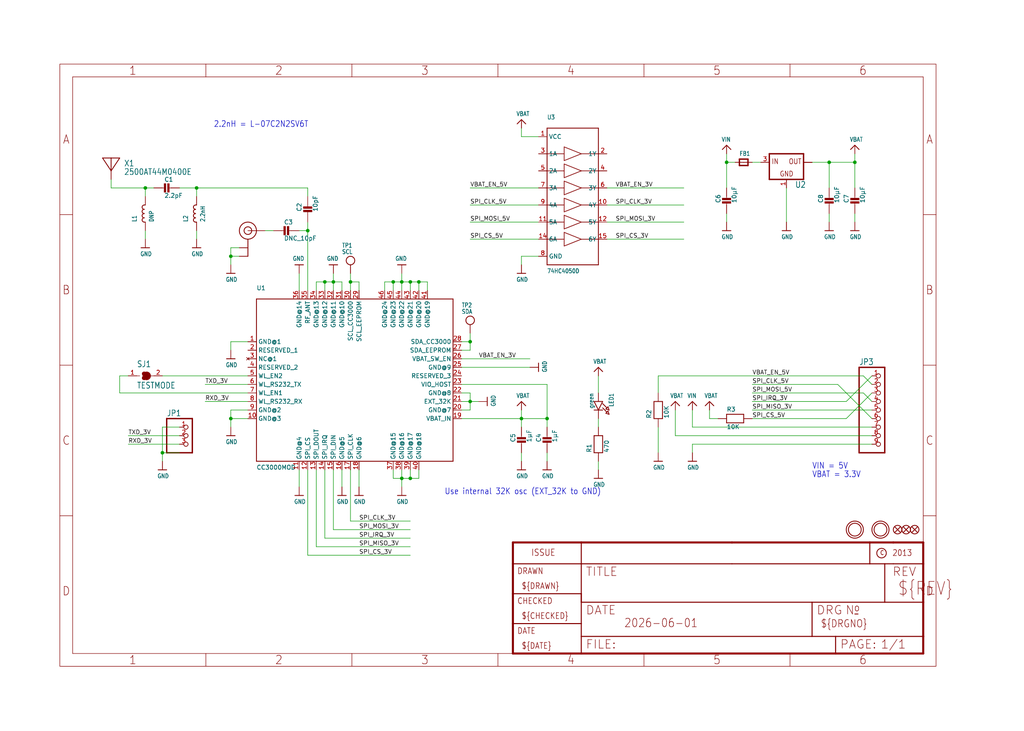
<source format=kicad_sch>
(kicad_sch (version 20230121) (generator eeschema)
  (paper "User" 304.267 217.322)
  (lib_symbols
    (symbol "working-eagle-import:74HC4050D"
      (property "Reference" "U" (at -7.62 22.86 0))
      (symbol "74HC4050D_1_0"
        (pin bidirectional line (at -10.16 17.78 0) (length 2.54) (name "VCC") (number "1"))
        (pin bidirectional line (at 10.16 -2.54 180) (length 2.54) (name "4Y") (number "10"))
        (pin bidirectional line (at -10.16 -7.62 0) (length 2.54) (name "5A") (number "11"))
        (pin bidirectional line (at 10.16 -7.62 180) (length 2.54) (name "5Y") (number "12"))
        (pin bidirectional line (at -10.16 -12.7 0) (length 2.54) (name "6A") (number "14"))
        (pin bidirectional line (at 10.16 -12.7 180) (length 2.54) (name "6Y") (number "15"))
        (pin bidirectional line (at 10.16 12.7 180) (length 2.54) (name "1Y") (number "2"))
        (pin bidirectional line (at -10.16 12.7 0) (length 2.54) (name "1A") (number "3"))
        (pin bidirectional line (at 10.16 7.62 180) (length 2.54) (name "2Y") (number "4"))
        (pin bidirectional line (at -10.16 7.62 0) (length 2.54) (name "2A") (number "5"))
        (pin bidirectional line (at 10.16 2.54 180) (length 2.54) (name "3Y") (number "6"))
        (pin bidirectional line (at -10.16 2.54 0) (length 2.54) (name "3A") (number "7"))
        (pin bidirectional line (at -10.16 -17.78 0) (length 2.54) (name "GND") (number "8"))
        (pin bidirectional line (at -10.16 -2.54 0) (length 2.54) (name "4A") (number "9"))
      )
    )
    (symbol "working-eagle-import:ANTENNA_JOHANSON_2500AT44M0400"
      (property "Reference" "X" (at 3.81 1.27 0))
      (symbol "ANTENNA_JOHANSON_2500AT44M0400_1_0"
        (pin passive line (at 0 -2.54 90) (length 2.54) (name "P$1") (number "FEED"))
      )
    )
    (symbol "working-eagle-import:CAP_CERAMIC_0402"
      (property "Reference" "C" (at -1.79 0.54 90))
      (symbol "CAP_CERAMIC_0402_1_0"
        (pin passive line (at 0 5.08 270) (length 2.54) (name "1") (number "1"))
        (pin passive line (at 0 -2.54 90) (length 2.54) (name "2") (number "2"))
      )
    )
    (symbol "working-eagle-import:CAP_CERAMIC_0805MP"
      (property "Reference" "C" (at -1.79 0.54 90))
      (symbol "CAP_CERAMIC_0805MP_1_0"
        (pin passive line (at 0 5.08 270) (length 2.54) (name "1") (number "1"))
        (pin passive line (at 0 -2.54 90) (length 2.54) (name "2") (number "2"))
      )
    )
    (symbol "working-eagle-import:CC3000MOD"
      (property "Reference" "U" (at -30.48 25.4 0))
      (symbol "CC3000MOD_1_0"
        (pin power_in line (at -33.02 10.16 0) (length 2.54) (name "GND@1") (number "1"))
        (pin power_in line (at -33.02 -12.7 0) (length 2.54) (name "GND@3") (number "10"))
        (pin power_in line (at -17.78 -27.94 90) (length 2.54) (name "GND@4") (number "11"))
        (pin input line (at -15.24 -27.94 90) (length 2.54) (name "SPI_CS") (number "12"))
        (pin output line (at -12.7 -27.94 90) (length 2.54) (name "SPI_DOUT") (number "13"))
        (pin output line (at -10.16 -27.94 90) (length 2.54) (name "SPI_IRQ") (number "14"))
        (pin input line (at -7.62 -27.94 90) (length 2.54) (name "SPI_DIN") (number "15"))
        (pin power_in line (at -5.08 -27.94 90) (length 2.54) (name "GND@5") (number "16"))
        (pin input line (at -2.54 -27.94 90) (length 2.54) (name "SPI_CLK") (number "17"))
        (pin power_in line (at 0 -27.94 90) (length 2.54) (name "GND@6") (number "18"))
        (pin power_in line (at 30.48 -12.7 180) (length 2.54) (name "VBAT_IN") (number "19"))
        (pin bidirectional line (at -33.02 7.62 0) (length 2.54) (name "RESERVED_1") (number "2"))
        (pin power_in line (at 30.48 -10.16 180) (length 2.54) (name "GND@7") (number "20"))
        (pin bidirectional line (at 30.48 -7.62 180) (length 2.54) (name "EXT_32K") (number "21"))
        (pin power_in line (at 30.48 -5.08 180) (length 2.54) (name "GND@8") (number "22"))
        (pin power_in line (at 30.48 -2.54 180) (length 2.54) (name "VIO_HOST") (number "23"))
        (pin bidirectional line (at 30.48 0 180) (length 2.54) (name "RESERVED_3") (number "24"))
        (pin power_in line (at 30.48 2.54 180) (length 2.54) (name "GND@9") (number "25"))
        (pin input line (at 30.48 5.08 180) (length 2.54) (name "VBAT_SW_EN") (number "26"))
        (pin bidirectional line (at 30.48 7.62 180) (length 2.54) (name "SDA_EEPROM") (number "27"))
        (pin bidirectional line (at 30.48 10.16 180) (length 2.54) (name "SDA_CC3000") (number "28"))
        (pin bidirectional line (at 0 25.4 270) (length 2.54) (name "SCL_EEPROM") (number "29"))
        (pin no_connect line (at -33.02 5.08 0) (length 2.54) (name "NC@1") (number "3"))
        (pin bidirectional line (at -2.54 25.4 270) (length 2.54) (name "SCL_CC3000") (number "30"))
        (pin power_in line (at -5.08 25.4 270) (length 2.54) (name "GND@10") (number "31"))
        (pin power_in line (at -7.62 25.4 270) (length 2.54) (name "GND@11") (number "32"))
        (pin power_in line (at -10.16 25.4 270) (length 2.54) (name "GND@12") (number "33"))
        (pin power_in line (at -12.7 25.4 270) (length 2.54) (name "GND@13") (number "34"))
        (pin bidirectional line (at -15.24 25.4 270) (length 2.54) (name "RF_ANT") (number "35"))
        (pin power_in line (at -17.78 25.4 270) (length 2.54) (name "GND@14") (number "36"))
        (pin power_in line (at 10.16 -27.94 90) (length 2.54) (name "GND@15") (number "37"))
        (pin power_in line (at 12.7 -27.94 90) (length 2.54) (name "GND@16") (number "38"))
        (pin power_in line (at 15.24 -27.94 90) (length 2.54) (name "GND@17") (number "39"))
        (pin bidirectional line (at -33.02 2.54 0) (length 2.54) (name "RESERVED_2") (number "4"))
        (pin power_in line (at 17.78 -27.94 90) (length 2.54) (name "GND@18") (number "40"))
        (pin power_in line (at 20.32 25.4 270) (length 2.54) (name "GND@19") (number "41"))
        (pin power_in line (at 17.78 25.4 270) (length 2.54) (name "GND@20") (number "42"))
        (pin power_in line (at 15.24 25.4 270) (length 2.54) (name "GND@21") (number "43"))
        (pin power_in line (at 12.7 25.4 270) (length 2.54) (name "GND@22") (number "44"))
        (pin power_in line (at 10.16 25.4 270) (length 2.54) (name "GND@23") (number "45"))
        (pin power_in line (at 7.62 25.4 270) (length 2.54) (name "GND@24") (number "46"))
        (pin input line (at -33.02 0 0) (length 2.54) (name "WL_EN2") (number "5"))
        (pin output line (at -33.02 -2.54 0) (length 2.54) (name "WL_RS232_TX") (number "6"))
        (pin input line (at -33.02 -5.08 0) (length 2.54) (name "WL_EN1") (number "7"))
        (pin input line (at -33.02 -7.62 0) (length 2.54) (name "WL_RS232_RX") (number "8"))
        (pin power_in line (at -33.02 -10.16 0) (length 2.54) (name "GND@2") (number "9"))
      )
    )
    (symbol "working-eagle-import:FERRITE_0805MP"
      (property "Reference" "FB" (at -1.27 1.905 0))
      (symbol "FERRITE_0805MP_1_0"
        (pin passive line (at -2.54 0 0) (length 2.54) (name "P$1") (number "1"))
        (pin passive line (at 2.54 0 180) (length 2.54) (name "P$2") (number "2"))
      )
    )
    (symbol "working-eagle-import:FIDUCIAL{dblquote}{dblquote}")
    (symbol "working-eagle-import:FRAME_A4"
      (symbol "FRAME_A4_1_0"
        (text "1" (at 21.6958 1.905 0) (effects (font (size 2.54 2.286))))
        (text "1" (at 21.6958 177.165 0) (effects (font (size 2.54 2.286))))
        (text "2" (at 65.0875 1.905 0) (effects (font (size 2.54 2.286))))
        (text "2" (at 65.0875 177.165 0) (effects (font (size 2.54 2.286))))
        (text "3" (at 108.4792 1.905 0) (effects (font (size 2.54 2.286))))
        (text "3" (at 108.4792 177.165 0) (effects (font (size 2.54 2.286))))
        (text "4" (at 151.8708 1.905 0) (effects (font (size 2.54 2.286))))
        (text "4" (at 151.8708 177.165 0) (effects (font (size 2.54 2.286))))
        (text "5" (at 195.2625 1.905 0) (effects (font (size 2.54 2.286))))
        (text "5" (at 195.2625 177.165 0) (effects (font (size 2.54 2.286))))
        (text "6" (at 238.6542 1.905 0) (effects (font (size 2.54 2.286))))
        (text "6" (at 238.6542 177.165 0) (effects (font (size 2.54 2.286))))
        (text "A" (at 1.905 156.6863 0) (effects (font (size 2.54 2.286))))
        (text "A" (at 258.445 156.6863 0) (effects (font (size 2.54 2.286))))
        (text "B" (at 1.905 111.9188 0) (effects (font (size 2.54 2.286))))
        (text "B" (at 258.445 111.9188 0) (effects (font (size 2.54 2.286))))
        (text "C" (at 1.905 67.1513 0) (effects (font (size 2.54 2.286))))
        (text "C" (at 258.445 67.1513 0) (effects (font (size 2.54 2.286))))
        (text "D" (at 1.905 22.3838 0) (effects (font (size 2.54 2.286))))
        (text "D" (at 258.445 22.3838 0) (effects (font (size 2.54 2.286))))
      )
      (symbol "FRAME_A4_2_0"
        (text "PART OR WHOLE IS STRICTLY PROHIBITED WITHOUT WRITTEN PERMISSION!" (at 3.81 -5.08 0) (effects (font (size 1.27 1.0795)) (justify left bottom)))
        (text "PROPRIETARY" (at 3.81 -10.16 0) (effects (font (size 2.54 2.159) (thickness 0.4318) bold) (justify left bottom)))
        (text "THIS DRAWING CONTAINS CONFIDENTIAL INFORMATION. ANY REPRODUCTION IN" (at 3.81 -2.794 0) (effects (font (size 1.27 1.0795)) (justify left bottom)))
      )
      (symbol "FRAME_A4_3_0"
        (text "${#}/${##}" (at 109.22 2.54 0) (effects (font (size 2.54 2.54)) (justify left bottom)))
        (text "${CHECKED}" (at 2.54 11.43 0) (effects (font (size 1.778 1.5113)) (justify left bottom)))
        (text "${COMPANY}" (at 23.6538 29.3687 0) (effects (font (size 3.175 2.6987) (thickness 0.5397) bold) (justify left bottom)))
        (text "${CURRENT_DATE}" (at 33.02 8.89 0) (effects (font (size 2.54 2.159)) (justify left bottom)))
        (text "${DATE}" (at 2.54 2.54 0) (effects (font (size 1.778 1.5113)) (justify left bottom)))
        (text "${DRAWN}" (at 2.54 20.32 0) (effects (font (size 1.778 1.5113)) (justify left bottom)))
        (text "${DRGNO}" (at 91.44 8.89 0) (effects (font (size 2.1844 1.8567)) (justify left bottom)))
        (text "${PROJECTNAME}" (at 33.3375 2.54 0) (effects (font (size 2.54 2.159)) (justify left bottom)))
        (text "${REV}" (at 114.3 18.415 0) (effects (font (size 3.81 3.2385)) (justify left bottom)))
        (text "2013" (at 112.7125 30.1625 0) (effects (font (size 1.778 1.5113)) (justify left bottom)))
        (text "C" (at 109.0612 30.48 0) (effects (font (size 1.27 1.0795)) (justify left bottom)))
        (text "CHECKED" (at 1.27 15.875 0) (effects (font (size 1.778 1.5113)) (justify left bottom)))
        (text "DATE" (at 1.27 6.985 0) (effects (font (size 1.778 1.5113)) (justify left bottom)))
        (text "DATE" (at 21.59 12.7 0) (effects (font (size 2.54 2.54)) (justify left bottom)))
        (text "DRAWN" (at 1.27 24.765 0) (effects (font (size 1.778 1.5113)) (justify left bottom)))
        (text "DRG" (at 90.17 12.7 0) (effects (font (size 2.54 2.54)) (justify left bottom)))
        (text "FILE:" (at 21.59 2.54 0) (effects (font (size 2.54 2.54)) (justify left bottom)))
        (text "ISSUE" (at 5.3975 30.1625 0) (effects (font (size 1.9304 1.6408)) (justify left bottom)))
        (text "N" (at 98.7425 12.7 0) (effects (font (size 2.54 2.54)) (justify left bottom)))
        (text "o" (at 101.2825 13.6525 0) (effects (font (size 2.1844 1.8567)) (justify left bottom)))
        (text "PAGE:" (at 97.155 2.54 0) (effects (font (size 2.54 2.54)) (justify left bottom)))
        (text "REV" (at 112.7125 24.13 0) (effects (font (size 2.54 2.54)) (justify left bottom)))
        (text "TITLE" (at 21.59 24.13 0) (effects (font (size 2.54 2.54)) (justify left bottom)))
      )
    )
    (symbol "working-eagle-import:GND" (power)
      (property "Value" "GND" (at -1.524 -2.54 0))
      (symbol "GND_1_0"
        (pin power_in line (at 0 2.54 270) (length 2.54) (name "GND") (number "1"))
      )
    )
    (symbol "working-eagle-import:HEADER-1X3ROUND"
      (property "Reference" "JP" (at -6.35 5.715 0))
      (symbol "HEADER-1X3ROUND_1_0"
        (pin passive inverted (at -2.54 2.54 0) (length 2.54) (name "1") (number "1"))
        (pin passive inverted (at -2.54 0 0) (length 2.54) (name "2") (number "2"))
        (pin passive inverted (at -2.54 -2.54 0) (length 2.54) (name "3") (number "3"))
      )
    )
    (symbol "working-eagle-import:HEADER-1X970MIL"
      (property "Reference" "JP" (at -6.35 13.335 0))
      (symbol "HEADER-1X970MIL_1_0"
        (pin passive inverted (at -2.54 10.16 0) (length 2.54) (name "1") (number "1"))
        (pin passive inverted (at -2.54 7.62 0) (length 2.54) (name "2") (number "2"))
        (pin passive inverted (at -2.54 5.08 0) (length 2.54) (name "3") (number "3"))
        (pin passive inverted (at -2.54 2.54 0) (length 2.54) (name "4") (number "4"))
        (pin passive inverted (at -2.54 0 0) (length 2.54) (name "5") (number "5"))
        (pin passive inverted (at -2.54 -2.54 0) (length 2.54) (name "6") (number "6"))
        (pin passive inverted (at -2.54 -5.08 0) (length 2.54) (name "7") (number "7"))
        (pin passive inverted (at -2.54 -7.62 0) (length 2.54) (name "8") (number "8"))
        (pin passive inverted (at -2.54 -10.16 0) (length 2.54) (name "9") (number "9"))
      )
    )
    (symbol "working-eagle-import:INDUCTOR_0402"
      (property "Reference" "L" (at -2.54 2.54 0))
      (symbol "INDUCTOR_0402_1_0"
        (pin passive line (at -5.08 0 0) (length 2.54) (name "1") (number "1"))
        (pin passive line (at 5.08 0 180) (length 2.54) (name "2") (number "2"))
      )
    )
    (symbol "working-eagle-import:LED0805_NOOUTLINE"
      (property "Reference" "LED" (at -5.08 3.175 0))
      (symbol "LED0805_NOOUTLINE_1_0"
        (pin passive line (at -5.08 0 0) (length 2.54) (name "A") (number "A"))
        (pin passive line (at 2.54 0 180) (length 2.54) (name "C") (number "C"))
      )
    )
    (symbol "working-eagle-import:MOUNTINGHOLE2.5")
    (symbol "working-eagle-import:RESISTOR0805_NOOUTLINE"
      (property "Reference" "R" (at -2.54 2.032 0))
      (symbol "RESISTOR0805_NOOUTLINE_1_0"
        (pin passive line (at -5.08 0 0) (length 2.54) (name "1") (number "1"))
        (pin passive line (at 5.08 0 180) (length 2.54) (name "2") (number "2"))
      )
    )
    (symbol "working-eagle-import:RESISTOR_0805MP"
      (property "Reference" "R" (at -2.54 2.032 0))
      (symbol "RESISTOR_0805MP_1_0"
        (pin passive line (at -5.08 0 0) (length 2.54) (name "1") (number "1"))
        (pin passive line (at 5.08 0 180) (length 2.54) (name "2") (number "2"))
      )
    )
    (symbol "working-eagle-import:SOLDERJUMPER_CLOSED"
      (property "Reference" "SJ" (at -2.54 2.54 0))
      (symbol "SOLDERJUMPER_CLOSED_1_0"
        (pin passive line (at -5.08 0 0) (length 2.54) (name "1") (number "1"))
        (pin passive line (at 5.08 0 180) (length 2.54) (name "2") (number "2"))
      )
    )
    (symbol "working-eagle-import:TESTPOINTPAD1MM"
      (property "Reference" "TP" (at -2.54 7.62 0))
      (symbol "TESTPOINTPAD1MM_1_0"
        (pin bidirectional line (at 0 0 90) (length 2.54) (name "P$1") (number "P$1"))
      )
    )
    (symbol "working-eagle-import:U.FL"
      (symbol "U.FL_1_0"
        (pin bidirectional line (at -2.54 -5.08 0) (length 2.54) (name "GND@0") (number "P$1"))
        (pin bidirectional line (at -2.54 -7.62 0) (length 2.54) (name "GND@1") (number "P$2"))
        (pin bidirectional line (at 5.08 0 180) (length 5.08) (name "SIGNAL") (number "P$3"))
      )
    )
    (symbol "working-eagle-import:VBAT" (power)
      (property "Value" "VBAT" (at -1.524 1.016 0))
      (symbol "VBAT_1_0"
        (pin power_in line (at 0 -2.54 90) (length 2.54) (name "VBAT") (number "1"))
      )
    )
    (symbol "working-eagle-import:VIN" (power)
      (property "Value" "VIN" (at -1.524 1.016 0))
      (symbol "VIN_1_0"
        (pin power_in line (at 0 -2.54 90) (length 2.54) (name "VIN") (number "1"))
      )
    )
    (symbol "working-eagle-import:VREG_SOT223"
      (property "Reference" "U" (at 2.54 -5.08 0))
      (symbol "VREG_SOT223_1_0"
        (text "GND" (at -2.032 -1.778 0) (effects (font (size 1.524 1.2954)) (justify left bottom)))
        (text "IN" (at -4.445 1.905 0) (effects (font (size 1.524 1.2954)) (justify left bottom)))
        (text "OUT" (at 0.635 1.905 0) (effects (font (size 1.524 1.2954)) (justify left bottom)))
        (pin power_in line (at 0 -5.08 90) (length 2.54) (name "GND") (number "1"))
        (pin power_in line (at 7.62 2.54 180) (length 2.54) (name "OUT") (number "2"))
        (pin power_in line (at -7.62 2.54 0) (length 2.54) (name "IN") (number "3"))
        (pin power_in line (at 7.62 2.54 180) (length 2.54) (name "OUT") (number "4"))
      )
    )
  )
  (junction (at 121.92 142.24))
  (junction (at 116.84 83.82))
  (junction (at 121.92 83.82))
  (junction (at 68.58 76.2))
  (junction (at 124.46 83.82))
  (junction (at 68.58 124.46))
  (junction (at 119.38 83.82))
  (junction (at 162.56 124.46))
  (junction (at 91.44 68.58))
  (junction (at 58.42 55.88))
  (junction (at 215.9 48.26))
  (junction (at 139.7 101.6))
  (junction (at 99.06 83.82))
  (junction (at 246.38 48.26))
  (junction (at 104.14 83.82))
  (junction (at 43.18 55.88))
  (junction (at 254 48.26))
  (junction (at 96.52 83.82))
  (junction (at 119.38 142.24))
  (junction (at 48.26 134.62))
  (junction (at 154.94 124.46))
  (junction (at 139.7 119.38))
  (wire (pts (xy 43.18 71.12) (xy 43.18 68.58)) (stroke (width 0.1524)))
  (wire (pts (xy 195.58 127) (xy 195.58 134.62)) (stroke (width 0.1524)))
  (wire (pts (xy 256.54 111.76) (xy 259.08 114.3)) (stroke (width 0.1524)))
  (wire (pts (xy 93.98 162.56) (xy 121.92 162.56)) (stroke (width 0.1524)))
  (wire (pts (xy 91.44 66.04) (xy 91.44 68.58)) (stroke (width 0.1524)))
  (wire (pts (xy 104.14 154.94) (xy 121.92 154.94)) (stroke (width 0.1524)))
  (wire (pts (xy 68.58 101.6) (xy 68.58 104.14)) (stroke (width 0.1524)))
  (wire (pts (xy 96.52 83.82) (xy 99.06 83.82)) (stroke (width 0.1524)))
  (wire (pts (xy 254 48.26) (xy 254 55.88)) (stroke (width 0.1524)))
  (wire (pts (xy 160.02 55.88) (xy 139.7 55.88)) (stroke (width 0.1524)))
  (wire (pts (xy 106.68 139.7) (xy 106.68 144.78)) (stroke (width 0.1524)))
  (wire (pts (xy 218.44 48.26) (xy 215.9 48.26)) (stroke (width 0.1524)))
  (wire (pts (xy 121.92 139.7) (xy 121.92 142.24)) (stroke (width 0.1524)))
  (wire (pts (xy 177.8 139.7) (xy 177.8 137.16)) (stroke (width 0.1524)))
  (wire (pts (xy 101.6 139.7) (xy 101.6 144.78)) (stroke (width 0.1524)))
  (wire (pts (xy 259.08 127) (xy 205.74 127)) (stroke (width 0.1524)))
  (wire (pts (xy 256.54 111.76) (xy 195.58 111.76)) (stroke (width 0.1524)))
  (wire (pts (xy 73.66 119.38) (xy 60.96 119.38)) (stroke (width 0.1524)))
  (wire (pts (xy 160.02 40.64) (xy 154.94 40.64)) (stroke (width 0.1524)))
  (wire (pts (xy 119.38 86.36) (xy 119.38 83.82)) (stroke (width 0.1524)))
  (wire (pts (xy 137.16 119.38) (xy 139.7 119.38)) (stroke (width 0.1524)))
  (wire (pts (xy 88.9 139.7) (xy 88.9 144.78)) (stroke (width 0.1524)))
  (wire (pts (xy 180.34 66.04) (xy 203.2 66.04)) (stroke (width 0.1524)))
  (wire (pts (xy 139.7 119.38) (xy 139.7 121.92)) (stroke (width 0.1524)))
  (wire (pts (xy 177.8 127) (xy 177.8 124.46)) (stroke (width 0.1524)))
  (wire (pts (xy 91.44 86.36) (xy 91.44 68.58)) (stroke (width 0.1524)))
  (wire (pts (xy 48.26 134.62) (xy 48.26 137.16)) (stroke (width 0.1524)))
  (wire (pts (xy 58.42 71.12) (xy 58.42 68.58)) (stroke (width 0.1524)))
  (wire (pts (xy 53.34 132.08) (xy 38.1 132.08)) (stroke (width 0.1524)))
  (wire (pts (xy 58.42 55.88) (xy 58.42 58.42)) (stroke (width 0.1524)))
  (wire (pts (xy 127 83.82) (xy 127 86.36)) (stroke (width 0.1524)))
  (wire (pts (xy 256.54 116.84) (xy 223.52 116.84)) (stroke (width 0.1524)))
  (wire (pts (xy 162.56 114.3) (xy 162.56 124.46)) (stroke (width 0.1524)))
  (wire (pts (xy 88.9 68.58) (xy 91.44 68.58)) (stroke (width 0.1524)))
  (wire (pts (xy 154.94 40.64) (xy 154.94 38.1)) (stroke (width 0.1524)))
  (wire (pts (xy 104.14 139.7) (xy 104.14 154.94)) (stroke (width 0.1524)))
  (wire (pts (xy 119.38 83.82) (xy 121.92 83.82)) (stroke (width 0.1524)))
  (wire (pts (xy 254 63.5) (xy 254 66.04)) (stroke (width 0.1524)))
  (wire (pts (xy 96.52 160.02) (xy 121.92 160.02)) (stroke (width 0.1524)))
  (wire (pts (xy 119.38 83.82) (xy 119.38 81.28)) (stroke (width 0.1524)))
  (wire (pts (xy 223.52 121.92) (xy 259.08 121.92)) (stroke (width 0.1524)))
  (wire (pts (xy 119.38 139.7) (xy 119.38 142.24)) (stroke (width 0.1524)))
  (wire (pts (xy 259.08 132.08) (xy 205.74 132.08)) (stroke (width 0.1524)))
  (wire (pts (xy 99.06 81.28) (xy 99.06 83.82)) (stroke (width 0.1524)))
  (wire (pts (xy 139.7 104.14) (xy 139.7 101.6)) (stroke (width 0.1524)))
  (wire (pts (xy 35.56 116.84) (xy 35.56 111.76)) (stroke (width 0.1524)))
  (wire (pts (xy 160.02 60.96) (xy 139.7 60.96)) (stroke (width 0.1524)))
  (wire (pts (xy 213.36 124.46) (xy 210.82 124.46)) (stroke (width 0.1524)))
  (wire (pts (xy 137.16 104.14) (xy 139.7 104.14)) (stroke (width 0.1524)))
  (wire (pts (xy 154.94 76.2) (xy 154.94 78.74)) (stroke (width 0.1524)))
  (wire (pts (xy 215.9 48.26) (xy 215.9 45.72)) (stroke (width 0.1524)))
  (wire (pts (xy 68.58 124.46) (xy 68.58 127)) (stroke (width 0.1524)))
  (wire (pts (xy 106.68 86.36) (xy 106.68 83.82)) (stroke (width 0.1524)))
  (wire (pts (xy 104.14 86.36) (xy 104.14 83.82)) (stroke (width 0.1524)))
  (wire (pts (xy 88.9 86.36) (xy 88.9 81.28)) (stroke (width 0.1524)))
  (wire (pts (xy 162.56 124.46) (xy 162.56 127)) (stroke (width 0.1524)))
  (wire (pts (xy 101.6 83.82) (xy 101.6 86.36)) (stroke (width 0.1524)))
  (wire (pts (xy 241.3 48.26) (xy 246.38 48.26)) (stroke (width 0.1524)))
  (wire (pts (xy 195.58 111.76) (xy 195.58 116.84)) (stroke (width 0.1524)))
  (wire (pts (xy 114.3 83.82) (xy 116.84 83.82)) (stroke (width 0.1524)))
  (wire (pts (xy 91.44 165.1) (xy 121.92 165.1)) (stroke (width 0.1524)))
  (wire (pts (xy 99.06 139.7) (xy 99.06 157.48)) (stroke (width 0.1524)))
  (wire (pts (xy 180.34 71.12) (xy 203.2 71.12)) (stroke (width 0.1524)))
  (wire (pts (xy 48.26 127) (xy 53.34 127)) (stroke (width 0.1524)))
  (wire (pts (xy 137.16 101.6) (xy 139.7 101.6)) (stroke (width 0.1524)))
  (wire (pts (xy 73.66 121.92) (xy 68.58 121.92)) (stroke (width 0.1524)))
  (wire (pts (xy 43.18 58.42) (xy 43.18 55.88)) (stroke (width 0.1524)))
  (wire (pts (xy 246.38 55.88) (xy 246.38 48.26)) (stroke (width 0.1524)))
  (wire (pts (xy 71.12 73.66) (xy 68.58 73.66)) (stroke (width 0.1524)))
  (wire (pts (xy 53.34 129.54) (xy 38.1 129.54)) (stroke (width 0.1524)))
  (wire (pts (xy 53.34 55.88) (xy 58.42 55.88)) (stroke (width 0.1524)))
  (wire (pts (xy 177.8 116.84) (xy 177.8 111.76)) (stroke (width 0.1524)))
  (wire (pts (xy 162.56 134.62) (xy 162.56 137.16)) (stroke (width 0.1524)))
  (wire (pts (xy 119.38 142.24) (xy 121.92 142.24)) (stroke (width 0.1524)))
  (wire (pts (xy 124.46 83.82) (xy 127 83.82)) (stroke (width 0.1524)))
  (wire (pts (xy 137.16 109.22) (xy 157.48 109.22)) (stroke (width 0.1524)))
  (wire (pts (xy 96.52 139.7) (xy 96.52 160.02)) (stroke (width 0.1524)))
  (wire (pts (xy 256.54 116.84) (xy 259.08 119.38)) (stroke (width 0.1524)))
  (wire (pts (xy 73.66 111.76) (xy 48.26 111.76)) (stroke (width 0.1524)))
  (wire (pts (xy 154.94 124.46) (xy 162.56 124.46)) (stroke (width 0.1524)))
  (wire (pts (xy 93.98 86.36) (xy 93.98 83.82)) (stroke (width 0.1524)))
  (wire (pts (xy 124.46 142.24) (xy 124.46 139.7)) (stroke (width 0.1524)))
  (wire (pts (xy 226.06 48.26) (xy 223.52 48.26)) (stroke (width 0.1524)))
  (wire (pts (xy 137.16 106.68) (xy 157.48 106.68)) (stroke (width 0.1524)))
  (wire (pts (xy 68.58 121.92) (xy 68.58 124.46)) (stroke (width 0.1524)))
  (wire (pts (xy 93.98 83.82) (xy 96.52 83.82)) (stroke (width 0.1524)))
  (wire (pts (xy 73.66 116.84) (xy 35.56 116.84)) (stroke (width 0.1524)))
  (wire (pts (xy 154.94 124.46) (xy 154.94 127)) (stroke (width 0.1524)))
  (wire (pts (xy 119.38 142.24) (xy 119.38 144.78)) (stroke (width 0.1524)))
  (wire (pts (xy 91.44 139.7) (xy 91.44 165.1)) (stroke (width 0.1524)))
  (wire (pts (xy 154.94 124.46) (xy 154.94 121.92)) (stroke (width 0.1524)))
  (wire (pts (xy 124.46 86.36) (xy 124.46 83.82)) (stroke (width 0.1524)))
  (wire (pts (xy 200.66 129.54) (xy 200.66 121.92)) (stroke (width 0.1524)))
  (wire (pts (xy 180.34 55.88) (xy 203.2 55.88)) (stroke (width 0.1524)))
  (wire (pts (xy 99.06 157.48) (xy 121.92 157.48)) (stroke (width 0.1524)))
  (wire (pts (xy 114.3 86.36) (xy 114.3 83.82)) (stroke (width 0.1524)))
  (wire (pts (xy 81.28 68.58) (xy 78.74 68.58)) (stroke (width 0.1524)))
  (wire (pts (xy 251.46 124.46) (xy 259.08 116.84)) (stroke (width 0.1524)))
  (wire (pts (xy 71.12 76.2) (xy 68.58 76.2)) (stroke (width 0.1524)))
  (wire (pts (xy 248.92 114.3) (xy 259.08 124.46)) (stroke (width 0.1524)))
  (wire (pts (xy 35.56 111.76) (xy 38.1 111.76)) (stroke (width 0.1524)))
  (wire (pts (xy 160.02 66.04) (xy 139.7 66.04)) (stroke (width 0.1524)))
  (wire (pts (xy 215.9 63.5) (xy 215.9 66.04)) (stroke (width 0.1524)))
  (wire (pts (xy 93.98 139.7) (xy 93.98 162.56)) (stroke (width 0.1524)))
  (wire (pts (xy 68.58 76.2) (xy 68.58 78.74)) (stroke (width 0.1524)))
  (wire (pts (xy 259.08 129.54) (xy 200.66 129.54)) (stroke (width 0.1524)))
  (wire (pts (xy 139.7 121.92) (xy 137.16 121.92)) (stroke (width 0.1524)))
  (wire (pts (xy 58.42 55.88) (xy 91.44 55.88)) (stroke (width 0.1524)))
  (wire (pts (xy 246.38 48.26) (xy 254 48.26)) (stroke (width 0.1524)))
  (wire (pts (xy 53.34 134.62) (xy 48.26 134.62)) (stroke (width 0.1524)))
  (wire (pts (xy 205.74 127) (xy 205.74 121.92)) (stroke (width 0.1524)))
  (wire (pts (xy 116.84 139.7) (xy 116.84 142.24)) (stroke (width 0.1524)))
  (wire (pts (xy 116.84 83.82) (xy 119.38 83.82)) (stroke (width 0.1524)))
  (wire (pts (xy 45.72 55.88) (xy 43.18 55.88)) (stroke (width 0.1524)))
  (wire (pts (xy 139.7 116.84) (xy 139.7 119.38)) (stroke (width 0.1524)))
  (wire (pts (xy 139.7 101.6) (xy 139.7 99.06)) (stroke (width 0.1524)))
  (wire (pts (xy 248.92 114.3) (xy 223.52 114.3)) (stroke (width 0.1524)))
  (wire (pts (xy 180.34 60.96) (xy 203.2 60.96)) (stroke (width 0.1524)))
  (wire (pts (xy 48.26 134.62) (xy 48.26 127)) (stroke (width 0.1524)))
  (wire (pts (xy 99.06 83.82) (xy 101.6 83.82)) (stroke (width 0.1524)))
  (wire (pts (xy 106.68 83.82) (xy 104.14 83.82)) (stroke (width 0.1524)))
  (wire (pts (xy 137.16 124.46) (xy 154.94 124.46)) (stroke (width 0.1524)))
  (wire (pts (xy 246.38 63.5) (xy 246.38 66.04)) (stroke (width 0.1524)))
  (wire (pts (xy 33.02 55.88) (xy 33.02 53.34)) (stroke (width 0.1524)))
  (wire (pts (xy 251.46 119.38) (xy 259.08 111.76)) (stroke (width 0.1524)))
  (wire (pts (xy 116.84 86.36) (xy 116.84 83.82)) (stroke (width 0.1524)))
  (wire (pts (xy 73.66 101.6) (xy 68.58 101.6)) (stroke (width 0.1524)))
  (wire (pts (xy 121.92 142.24) (xy 124.46 142.24)) (stroke (width 0.1524)))
  (wire (pts (xy 68.58 73.66) (xy 68.58 76.2)) (stroke (width 0.1524)))
  (wire (pts (xy 121.92 83.82) (xy 124.46 83.82)) (stroke (width 0.1524)))
  (wire (pts (xy 254 48.26) (xy 254 45.72)) (stroke (width 0.1524)))
  (wire (pts (xy 160.02 76.2) (xy 154.94 76.2)) (stroke (width 0.1524)))
  (wire (pts (xy 223.52 119.38) (xy 251.46 119.38)) (stroke (width 0.1524)))
  (wire (pts (xy 73.66 124.46) (xy 68.58 124.46)) (stroke (width 0.1524)))
  (wire (pts (xy 73.66 114.3) (xy 60.96 114.3)) (stroke (width 0.1524)))
  (wire (pts (xy 215.9 48.26) (xy 215.9 55.88)) (stroke (width 0.1524)))
  (wire (pts (xy 233.68 55.88) (xy 233.68 66.04)) (stroke (width 0.1524)))
  (wire (pts (xy 160.02 71.12) (xy 139.7 71.12)) (stroke (width 0.1524)))
  (wire (pts (xy 205.74 132.08) (xy 205.74 134.62)) (stroke (width 0.1524)))
  (wire (pts (xy 121.92 86.36) (xy 121.92 83.82)) (stroke (width 0.1524)))
  (wire (pts (xy 43.18 55.88) (xy 33.02 55.88)) (stroke (width 0.1524)))
  (wire (pts (xy 96.52 86.36) (xy 96.52 83.82)) (stroke (width 0.1524)))
  (wire (pts (xy 104.14 83.82) (xy 104.14 81.28)) (stroke (width 0.1524)))
  (wire (pts (xy 142.24 119.38) (xy 139.7 119.38)) (stroke (width 0.1524)))
  (wire (pts (xy 251.46 124.46) (xy 223.52 124.46)) (stroke (width 0.1524)))
  (wire (pts (xy 154.94 134.62) (xy 154.94 137.16)) (stroke (width 0.1524)))
  (wire (pts (xy 99.06 86.36) (xy 99.06 83.82)) (stroke (width 0.1524)))
  (wire (pts (xy 137.16 116.84) (xy 139.7 116.84)) (stroke (width 0.1524)))
  (wire (pts (xy 116.84 142.24) (xy 119.38 142.24)) (stroke (width 0.1524)))
  (wire (pts (xy 137.16 114.3) (xy 162.56 114.3)) (stroke (width 0.1524)))
  (wire (pts (xy 210.82 124.46) (xy 210.82 121.92)) (stroke (width 0.1524)))
  (wire (pts (xy 91.44 55.88) (xy 91.44 58.42)) (stroke (width 0.1524)))
  (text "VIN = 5V" (at 241.3 139.7 0) (effects (font (size 1.778 1.5113)) (justify left bottom)))
  (text "2.2nH = L-07C2N2SV6T" (at 63.5 38.1 0) (effects (font (size 1.778 1.5113)) (justify left bottom)))
  (text "Use internal 32K osc (EXT_32K to GND)" (at 132.08 147.32 0) (effects (font (size 1.778 1.5113)) (justify left bottom)))
  (text "VBAT = 3.3V" (at 241.3 142.24 0) (effects (font (size 1.778 1.5113)) (justify left bottom)))
  (label "SPI_CS_3V" (at 106.68 165.1 0) (effects (font (size 1.2446 1.2446))))
  (label "SPI_MISO_3V" (at 106.68 162.56 0) (effects (font (size 1.2446 1.2446))))
  (label "VBAT_EN_5V" (at 223.52 111.76 0) (effects (font (size 1.2446 1.2446))))
  (label "SPI_MOSI_5V" (at 223.52 116.84 0) (effects (font (size 1.2446 1.2446))))
  (label "SPI_IRQ_3V" (at 223.52 119.38 0) (effects (font (size 1.2446 1.2446))))
  (label "SPI_CS_5V" (at 223.52 124.46 0) (effects (font (size 1.2446 1.2446))))
  (label "SPI_CLK_3V" (at 182.88 60.96 0) (effects (font (size 1.2446 1.2446))))
  (label "RXD_3V" (at 38.1 132.08 0) (effects (font (size 1.2446 1.2446))))
  (label "SPI_CS_3V" (at 182.88 71.12 0) (effects (font (size 1.2446 1.2446))))
  (label "SPI_CLK_5V" (at 139.7 60.96 0) (effects (font (size 1.2446 1.2446))))
  (label "VBAT_EN_5V" (at 139.7 55.88 0) (effects (font (size 1.2446 1.2446))))
  (label "TXD_3V" (at 60.96 114.3 0) (effects (font (size 1.2446 1.2446))))
  (label "SPI_MISO_3V" (at 223.52 121.92 0) (effects (font (size 1.2446 1.2446))))
  (label "SPI_MOSI_3V" (at 106.68 157.48 0) (effects (font (size 1.2446 1.2446))))
  (label "SPI_CLK_5V" (at 223.52 114.3 0) (effects (font (size 1.2446 1.2446))))
  (label "SPI_CS_5V" (at 139.7 71.12 0) (effects (font (size 1.2446 1.2446))))
  (label "SPI_MOSI_5V" (at 139.7 66.04 0) (effects (font (size 1.2446 1.2446))))
  (label "VBAT_EN_3V" (at 142.24 106.68 0) (effects (font (size 1.2446 1.2446))))
  (label "SPI_MOSI_3V" (at 182.88 66.04 0) (effects (font (size 1.2446 1.2446))))
  (label "SPI_IRQ_3V" (at 106.68 160.02 0) (effects (font (size 1.2446 1.2446))))
  (label "SPI_CLK_3V" (at 106.68 154.94 0) (effects (font (size 1.2446 1.2446))))
  (label "TXD_3V" (at 38.1 129.54 0) (effects (font (size 1.2446 1.2446))))
  (label "VBAT_EN_3V" (at 182.88 55.88 0) (effects (font (size 1.2446 1.2446))))
  (label "RXD_3V" (at 60.96 119.38 0) (effects (font (size 1.2446 1.2446))))
  (symbol (lib_id "working-eagle-import:GND") (at 144.78 119.38 90) (unit 1)
    (property "Reference" "#U$12" (effects hide))
    (property "Value" "GND" (at 147.32 120.904 0) (effects (font (size 1.27 1.0795)) (justify left bottom)))
  )
  (symbol (lib_id "working-eagle-import:GND") (at 106.68 147.32 0) (unit 1)
    (property "Reference" "#U$16" (effects hide))
    (property "Value" "GND" (at 105.156 149.86 0) (effects (font (size 1.27 1.0795)) (justify left bottom)))
  )
  (symbol (lib_id "working-eagle-import:VBAT") (at 154.94 35.56 0) (unit 1)
    (property "Reference" "#U$32" (effects hide))
    (property "Value" "VBAT" (at 153.416 34.544 0) (effects (font (size 1.27 1.0795)) (justify left bottom)))
  )
  (symbol (lib_id "working-eagle-import:GND") (at 119.38 147.32 0) (unit 1)
    (property "Reference" "#U$7" (effects hide))
    (property "Value" "GND" (at 117.856 149.86 0) (effects (font (size 1.27 1.0795)) (justify left bottom)))
  )
  (symbol (lib_id "working-eagle-import:GND") (at 68.58 81.28 0) (unit 1)
    (property "Reference" "#U$3" (effects hide))
    (property "Value" "GND" (at 67.056 83.82 0) (effects (font (size 1.27 1.0795)) (justify left bottom)))
  )
  (symbol (lib_id "working-eagle-import:VIN") (at 205.74 119.38 0) (unit 1)
    (property "Reference" "#U$15" (effects hide))
    (property "Value" "VIN" (at 204.216 118.364 0) (effects (font (size 1.27 1.0795)) (justify left bottom)))
  )
  (symbol (lib_id "working-eagle-import:INDUCTOR_0402") (at 43.18 63.5 90) (unit 1)
    (property "Reference" "L1" (at 40.64 66.04 0) (effects (font (size 1.27 1.0795)) (justify left bottom)))
    (property "Value" "DNP" (at 45.72 66.04 0) (effects (font (size 1.27 1.0795)) (justify left bottom)))
    (property "Footprint" "working:_0402" (effects hide))
  )
  (symbol (lib_id "working-eagle-import:VBAT") (at 177.8 109.22 0) (unit 1)
    (property "Reference" "#U$38" (effects hide))
    (property "Value" "VBAT" (at 176.276 108.204 0) (effects (font (size 1.27 1.0795)) (justify left bottom)))
  )
  (symbol (lib_id "working-eagle-import:VIN") (at 215.9 43.18 0) (unit 1)
    (property "Reference" "#U$25" (effects hide))
    (property "Value" "VIN" (at 214.376 42.164 0) (effects (font (size 1.27 1.0795)) (justify left bottom)))
  )
  (symbol (lib_id "working-eagle-import:HEADER-1X970MIL") (at 261.62 121.92 0) (unit 1)
    (property "Reference" "JP3" (at 255.27 108.585 0) (effects (font (size 1.778 1.5113)) (justify left bottom)))
    (property "Value" "HEADER-1X970MIL" (effects hide))
    (property "Footprint" "working:1X09_ROUND_70" (effects hide))
  )
  (symbol (lib_id "working-eagle-import:GND") (at 68.58 129.54 0) (unit 1)
    (property "Reference" "#U$19" (effects hide))
    (property "Value" "GND" (at 67.056 132.08 0) (effects (font (size 1.27 1.0795)) (justify left bottom)))
  )
  (symbol (lib_id "working-eagle-import:CAP_CERAMIC_0402") (at 83.82 68.58 270) (unit 1)
    (property "Reference" "C3" (at 84.36 66.79 90) (effects (justify left bottom)))
    (property "Value" "DNC_10pF" (at 84.36 71.58 90) (effects (justify left bottom)))
    (property "Footprint" "working:_0402" (effects hide))
  )
  (symbol (lib_id "working-eagle-import:LED0805_NOOUTLINE") (at 177.8 121.92 270) (unit 1)
    (property "Reference" "LED1" (at 180.975 116.84 0) (effects (font (size 1.27 1.0795)) (justify left bottom)))
    (property "Value" "green" (at 175.006 116.84 0) (effects (font (size 1.27 1.0795)) (justify left bottom)))
    (property "Footprint" "working:CHIPLED_0805_NOOUTLINE" (effects hide))
  )
  (symbol (lib_id "working-eagle-import:CAP_CERAMIC_0805MP") (at 215.9 60.96 0) (unit 1)
    (property "Reference" "C6" (at 214.11 60.42 90) (effects (justify left bottom)))
    (property "Value" "10µF" (at 218.9 60.42 90) (effects (justify left bottom)))
    (property "Footprint" "working:_0805MP" (effects hide))
  )
  (symbol (lib_id "working-eagle-import:GND") (at 205.74 137.16 0) (unit 1)
    (property "Reference" "#U$21" (effects hide))
    (property "Value" "GND" (at 204.216 139.7 0) (effects (font (size 1.27 1.0795)) (justify left bottom)))
  )
  (symbol (lib_id "working-eagle-import:GND") (at 177.8 142.24 0) (unit 1)
    (property "Reference" "#U$37" (effects hide))
    (property "Value" "GND" (at 176.276 144.78 0) (effects (font (size 1.27 1.0795)) (justify left bottom)))
  )
  (symbol (lib_id "working-eagle-import:U.FL") (at 73.66 68.58 0) (unit 1)
    (property "Reference" "U$35" (effects hide))
    (property "Value" "U.FL" (effects hide))
    (property "Footprint" "working:U.FL" (effects hide))
  )
  (symbol (lib_id "working-eagle-import:FRAME_A4") (at 152.4 195.58 0) (unit 3)
    (property "Reference" "#FRAME1" (effects hide))
    (property "Value" "FRAME_A4" (effects hide))
  )
  (symbol (lib_id "working-eagle-import:MOUNTINGHOLE2.5") (at 254 157.48 0) (unit 1)
    (property "Reference" "U$34" (effects hide))
    (property "Value" "MOUNTINGHOLE2.5" (effects hide))
    (property "Footprint" "working:MOUNTINGHOLE_2.5_PLATED" (effects hide))
  )
  (symbol (lib_id "working-eagle-import:FIDUCIAL{dblquote}{dblquote}") (at 269.24 157.48 0) (unit 1)
    (property "Reference" "FID3" (effects hide))
    (property "Value" "FIDUCIAL{dblquote}{dblquote}" (effects hide))
    (property "Footprint" "working:FIDUCIAL_1MM" (effects hide))
    (property "BOM" "EXCLUDE" (effects hide))
  )
  (symbol (lib_id "working-eagle-import:RESISTOR0805_NOOUTLINE") (at 177.8 132.08 90) (unit 1)
    (property "Reference" "R1" (at 175.768 134.62 0) (effects (justify left bottom)))
    (property "Value" "470" (at 180.975 134.62 0) (effects (justify left bottom)))
    (property "Footprint" "working:0805-NO" (effects hide))
  )
  (symbol (lib_id "working-eagle-import:GND") (at 154.94 81.28 0) (unit 1)
    (property "Reference" "#U$33" (effects hide))
    (property "Value" "GND" (at 153.416 83.82 0) (effects (font (size 1.27 1.0795)) (justify left bottom)))
  )
  (symbol (lib_id "working-eagle-import:VBAT") (at 200.66 119.38 0) (unit 1)
    (property "Reference" "#U$31" (effects hide))
    (property "Value" "VBAT" (at 199.136 118.364 0) (effects (font (size 1.27 1.0795)) (justify left bottom)))
  )
  (symbol (lib_id "working-eagle-import:GND") (at 195.58 137.16 0) (unit 1)
    (property "Reference" "#U$14" (effects hide))
    (property "Value" "GND" (at 194.056 139.7 0) (effects (font (size 1.27 1.0795)) (justify left bottom)))
  )
  (symbol (lib_id "working-eagle-import:MOUNTINGHOLE2.5") (at 261.62 157.48 0) (unit 1)
    (property "Reference" "U$24" (effects hide))
    (property "Value" "MOUNTINGHOLE2.5" (effects hide))
    (property "Footprint" "working:MOUNTINGHOLE_2.5_PLATED" (effects hide))
  )
  (symbol (lib_id "working-eagle-import:GND") (at 215.9 68.58 0) (unit 1)
    (property "Reference" "#U$27" (effects hide))
    (property "Value" "GND" (at 214.376 71.12 0) (effects (font (size 1.27 1.0795)) (justify left bottom)))
  )
  (symbol (lib_id "working-eagle-import:FIDUCIAL{dblquote}{dblquote}") (at 271.78 157.48 0) (unit 1)
    (property "Reference" "FID1" (effects hide))
    (property "Value" "FIDUCIAL{dblquote}{dblquote}" (effects hide))
    (property "Footprint" "working:FIDUCIAL_1MM" (effects hide))
  )
  (symbol (lib_id "working-eagle-import:GND") (at 43.18 73.66 0) (unit 1)
    (property "Reference" "#U$1" (effects hide))
    (property "Value" "GND" (at 41.656 76.2 0) (effects (font (size 1.27 1.0795)) (justify left bottom)))
  )
  (symbol (lib_id "working-eagle-import:RESISTOR_0805MP") (at 195.58 121.92 90) (unit 1)
    (property "Reference" "R2" (at 193.548 124.46 0) (effects (justify left bottom)))
    (property "Value" "10K" (at 198.755 124.46 0) (effects (justify left bottom)))
    (property "Footprint" "working:_0805MP" (effects hide))
  )
  (symbol (lib_id "working-eagle-import:CAP_CERAMIC_0805MP") (at 246.38 60.96 0) (unit 1)
    (property "Reference" "C8" (at 244.59 60.42 90) (effects (justify left bottom)))
    (property "Value" "10µF" (at 249.38 60.42 90) (effects (justify left bottom)))
    (property "Footprint" "working:_0805MP" (effects hide))
  )
  (symbol (lib_id "working-eagle-import:74HC4050D") (at 170.18 58.42 0) (unit 1)
    (property "Reference" "U3" (at 162.56 35.56 0) (effects (font (size 1.27 1.0795)) (justify left bottom)))
    (property "Value" "74HC4050D" (at 162.56 81.28 0) (effects (font (size 1.27 1.0795)) (justify left bottom)))
    (property "Footprint" "working:SOIC16" (effects hide))
  )
  (symbol (lib_id "working-eagle-import:TESTPOINTPAD1MM") (at 139.7 99.06 0) (unit 1)
    (property "Reference" "TP2" (at 137.16 91.44 0) (effects (font (size 1.27 1.0795)) (justify left bottom)))
    (property "Value" "SDA" (at 137.16 93.345 0) (effects (font (size 1.27 1.0795)) (justify left bottom)))
    (property "Footprint" "working:TESTPOINT_PAD_1MM" (effects hide))
  )
  (symbol (lib_id "working-eagle-import:VBAT") (at 210.82 119.38 0) (unit 1)
    (property "Reference" "#U$22" (effects hide))
    (property "Value" "VBAT" (at 209.296 118.364 0) (effects (font (size 1.27 1.0795)) (justify left bottom)))
  )
  (symbol (lib_id "working-eagle-import:SOLDERJUMPER_CLOSED") (at 43.18 111.76 0) (unit 1)
    (property "Reference" "SJ1" (at 40.64 109.22 0) (effects (font (size 1.778 1.5113)) (justify left bottom)))
    (property "Value" "TESTMODE" (at 40.64 115.57 0) (effects (font (size 1.778 1.5113)) (justify left bottom)))
    (property "Footprint" "working:SOLDERJUMPER_CLOSEDWIRE" (effects hide))
  )
  (symbol (lib_id "working-eagle-import:GND") (at 88.9 147.32 0) (unit 1)
    (property "Reference" "#U$18" (effects hide))
    (property "Value" "GND" (at 87.376 149.86 0) (effects (font (size 1.27 1.0795)) (justify left bottom)))
  )
  (symbol (lib_id "working-eagle-import:CAP_CERAMIC_0805MP") (at 254 60.96 0) (unit 1)
    (property "Reference" "C7" (at 252.21 60.42 90) (effects (justify left bottom)))
    (property "Value" "10µF" (at 257 60.42 90) (effects (justify left bottom)))
    (property "Footprint" "working:_0805MP" (effects hide))
  )
  (symbol (lib_id "working-eagle-import:VREG_SOT223") (at 233.68 50.8 0) (unit 1)
    (property "Reference" "U2" (at 236.22 55.88 0) (effects (font (size 1.778 1.5113)) (justify left bottom)))
    (property "Value" "VREG_SOT223" (effects hide))
    (property "Footprint" "working:SOT223-R" (effects hide))
  )
  (symbol (lib_id "working-eagle-import:CAP_CERAMIC_0805MP") (at 162.56 132.08 0) (unit 1)
    (property "Reference" "C4" (at 160.77 131.54 90) (effects (justify left bottom)))
    (property "Value" "1µF" (at 165.56 131.54 90) (effects (justify left bottom)))
    (property "Footprint" "working:_0805MP" (effects hide))
  )
  (symbol (lib_id "working-eagle-import:TESTPOINTPAD1MM") (at 104.14 81.28 0) (unit 1)
    (property "Reference" "TP1" (at 101.6 73.66 0) (effects (font (size 1.27 1.0795)) (justify left bottom)))
    (property "Value" "SCL" (at 101.6 75.565 0) (effects (font (size 1.27 1.0795)) (justify left bottom)))
    (property "Footprint" "working:TESTPOINT_PAD_1MM" (effects hide))
  )
  (symbol (lib_id "working-eagle-import:CAP_CERAMIC_0402") (at 48.26 55.88 270) (unit 1)
    (property "Reference" "C1" (at 48.8 54.09 90) (effects (justify left bottom)))
    (property "Value" "2.2pF" (at 48.8 58.88 90) (effects (justify left bottom)))
    (property "Footprint" "working:_0402" (effects hide))
  )
  (symbol (lib_id "working-eagle-import:GND") (at 101.6 147.32 0) (unit 1)
    (property "Reference" "#U$17" (effects hide))
    (property "Value" "GND" (at 100.076 149.86 0) (effects (font (size 1.27 1.0795)) (justify left bottom)))
  )
  (symbol (lib_id "working-eagle-import:GND") (at 88.9 78.74 180) (unit 1)
    (property "Reference" "#U$4" (effects hide))
    (property "Value" "GND" (at 90.424 76.2 0) (effects (font (size 1.27 1.0795)) (justify left bottom)))
  )
  (symbol (lib_id "working-eagle-import:GND") (at 99.06 78.74 180) (unit 1)
    (property "Reference" "#U$5" (effects hide))
    (property "Value" "GND" (at 100.584 76.2 0) (effects (font (size 1.27 1.0795)) (justify left bottom)))
  )
  (symbol (lib_id "working-eagle-import:INDUCTOR_0402") (at 58.42 63.5 90) (unit 1)
    (property "Reference" "L2" (at 55.88 66.04 0) (effects (font (size 1.27 1.0795)) (justify left bottom)))
    (property "Value" "2.2nH" (at 60.96 66.04 0) (effects (font (size 1.27 1.0795)) (justify left bottom)))
    (property "Footprint" "working:_0402" (effects hide))
  )
  (symbol (lib_id "working-eagle-import:HEADER-1X3ROUND") (at 55.88 129.54 0) (unit 1)
    (property "Reference" "JP1" (at 49.53 123.825 0) (effects (font (size 1.778 1.5113)) (justify left bottom)))
    (property "Value" "HEADER-1X3ROUND" (effects hide))
    (property "Footprint" "working:1X03_ROUND" (effects hide))
  )
  (symbol (lib_id "working-eagle-import:GND") (at 48.26 139.7 0) (unit 1)
    (property "Reference" "#U$23" (effects hide))
    (property "Value" "GND" (at 46.736 142.24 0) (effects (font (size 1.27 1.0795)) (justify left bottom)))
  )
  (symbol (lib_id "working-eagle-import:VBAT") (at 154.94 119.38 0) (unit 1)
    (property "Reference" "#U$11" (effects hide))
    (property "Value" "VBAT" (at 153.416 118.364 0) (effects (font (size 1.27 1.0795)) (justify left bottom)))
  )
  (symbol (lib_id "working-eagle-import:GND") (at 68.58 106.68 0) (unit 1)
    (property "Reference" "#U$20" (effects hide))
    (property "Value" "GND" (at 67.056 109.22 0) (effects (font (size 1.27 1.0795)) (justify left bottom)))
  )
  (symbol (lib_id "working-eagle-import:FRAME_A4") (at 17.78 198.12 0) (unit 1)
    (property "Reference" "#FRAME1" (effects hide))
    (property "Value" "FRAME_A4" (effects hide))
  )
  (symbol (lib_id "working-eagle-import:GND") (at 246.38 68.58 0) (unit 1)
    (property "Reference" "#U$29" (effects hide))
    (property "Value" "GND" (at 244.856 71.12 0) (effects (font (size 1.27 1.0795)) (justify left bottom)))
  )
  (symbol (lib_id "working-eagle-import:GND") (at 119.38 78.74 180) (unit 1)
    (property "Reference" "#U$6" (effects hide))
    (property "Value" "GND" (at 120.904 76.2 0) (effects (font (size 1.27 1.0795)) (justify left bottom)))
  )
  (symbol (lib_id "working-eagle-import:CC3000MOD") (at 106.68 111.76 0) (unit 1)
    (property "Reference" "U1" (at 76.2 86.36 0) (effects (justify left bottom)))
    (property "Value" "CC3000MOD" (at 76.2 139.7 0) (effects (justify left bottom)))
    (property "Footprint" "working:CC3000MOD" (effects hide))
  )
  (symbol (lib_id "working-eagle-import:GND") (at 233.68 68.58 0) (unit 1)
    (property "Reference" "#U$30" (effects hide))
    (property "Value" "GND" (at 232.156 71.12 0) (effects (font (size 1.27 1.0795)) (justify left bottom)))
  )
  (symbol (lib_id "working-eagle-import:GND") (at 160.02 109.22 90) (unit 1)
    (property "Reference" "#U$13" (effects hide))
    (property "Value" "GND" (at 162.56 110.744 0) (effects (font (size 1.27 1.0795)) (justify left bottom)))
  )
  (symbol (lib_id "working-eagle-import:GND") (at 154.94 139.7 0) (unit 1)
    (property "Reference" "#U$10" (effects hide))
    (property "Value" "GND" (at 153.416 142.24 0) (effects (font (size 1.27 1.0795)) (justify left bottom)))
  )
  (symbol (lib_id "working-eagle-import:CAP_CERAMIC_0402") (at 91.44 63.5 0) (unit 1)
    (property "Reference" "C2" (at 89.65 62.96 90) (effects (justify left bottom)))
    (property "Value" "10pF" (at 94.44 62.96 90) (effects (justify left bottom)))
    (property "Footprint" "working:_0402" (effects hide))
  )
  (symbol (lib_id "working-eagle-import:GND") (at 254 68.58 0) (unit 1)
    (property "Reference" "#U$28" (effects hide))
    (property "Value" "GND" (at 252.476 71.12 0) (effects (font (size 1.27 1.0795)) (justify left bottom)))
  )
  (symbol (lib_id "working-eagle-import:FIDUCIAL{dblquote}{dblquote}") (at 266.7 157.48 0) (unit 1)
    (property "Reference" "FID2" (effects hide))
    (property "Value" "FIDUCIAL{dblquote}{dblquote}" (effects hide))
    (property "Footprint" "working:FIDUCIAL_1MM" (effects hide))
  )
  (symbol (lib_id "working-eagle-import:RESISTOR_0805MP") (at 218.44 124.46 0) (unit 1)
    (property "Reference" "R3" (at 215.9 122.428 0) (effects (justify left bottom)))
    (property "Value" "10K" (at 215.9 127.635 0) (effects (justify left bottom)))
    (property "Footprint" "working:_0805MP" (effects hide))
  )
  (symbol (lib_id "working-eagle-import:ANTENNA_JOHANSON_2500AT44M0400") (at 33.02 50.8 0) (unit 1)
    (property "Reference" "X1" (at 36.83 49.53 0) (effects (font (size 1.778 1.5113)) (justify left bottom)))
    (property "Value" "2500AT44M0400E" (at 36.83 52.07 0) (effects (font (size 1.778 1.5113)) (justify left bottom)))
    (property "Footprint" "working:ANT_2500AT44M0400" (effects hide))
  )
  (symbol (lib_id "working-eagle-import:GND") (at 162.56 139.7 0) (unit 1)
    (property "Reference" "#U$9" (effects hide))
    (property "Value" "GND" (at 161.036 142.24 0) (effects (font (size 1.27 1.0795)) (justify left bottom)))
  )
  (symbol (lib_id "working-eagle-import:CAP_CERAMIC_0805MP") (at 154.94 132.08 0) (unit 1)
    (property "Reference" "C5" (at 153.15 131.54 90) (effects (justify left bottom)))
    (property "Value" "1µF" (at 157.94 131.54 90) (effects (justify left bottom)))
    (property "Footprint" "working:_0805MP" (effects hide))
  )
  (symbol (lib_id "working-eagle-import:VBAT") (at 254 43.18 0) (unit 1)
    (property "Reference" "#U$26" (effects hide))
    (property "Value" "VBAT" (at 252.476 42.164 0) (effects (font (size 1.27 1.0795)) (justify left bottom)))
  )
  (symbol (lib_id "working-eagle-import:GND") (at 58.42 73.66 0) (unit 1)
    (property "Reference" "#U$2" (effects hide))
    (property "Value" "GND" (at 56.896 76.2 0) (effects (font (size 1.27 1.0795)) (justify left bottom)))
  )
  (symbol (lib_id "working-eagle-import:FERRITE_0805MP") (at 220.98 48.26 0) (unit 1)
    (property "Reference" "FB1" (at 219.71 46.355 0) (effects (font (size 1.27 1.0795)) (justify left bottom)))
    (property "Value" "FERRITE_0805MP" (effects hide))
    (property "Footprint" "working:_0805MP" (effects hide))
  )
)
</source>
